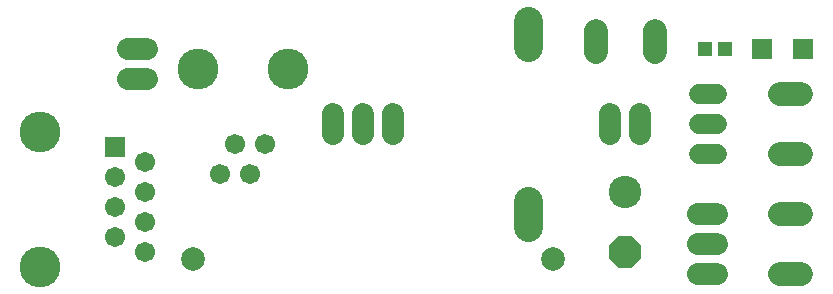
<source format=gts>
G75*
%MOIN*%
%OFA0B0*%
%FSLAX24Y24*%
%IPPOS*%
%LPD*%
%AMOC8*
5,1,8,0,0,1.08239X$1,22.5*
%
%ADD10C,0.1080*%
%ADD11OC8,0.1080*%
%ADD12C,0.0670*%
%ADD13C,0.1360*%
%ADD14C,0.0674*%
%ADD15R,0.0674X0.0674*%
%ADD16C,0.0790*%
%ADD17C,0.0792*%
%ADD18C,0.0720*%
%ADD19C,0.0965*%
%ADD20R,0.0671X0.0671*%
%ADD21R,0.0474X0.0513*%
%ADD22C,0.0680*%
D10*
X022704Y004442D03*
D11*
X022704Y002442D03*
D12*
X010704Y006042D03*
X009704Y006042D03*
X010204Y005042D03*
X009204Y005042D03*
D13*
X003204Y001942D03*
X003204Y006442D03*
X008454Y008542D03*
X011454Y008542D03*
D14*
X006704Y005442D03*
X005704Y004942D03*
X006704Y004442D03*
X005704Y003942D03*
X006704Y003442D03*
X005704Y002942D03*
X006704Y002442D03*
D15*
X005704Y005942D03*
D16*
X021720Y009087D02*
X021720Y009797D01*
X023688Y009797D02*
X023688Y009087D01*
X027849Y007692D02*
X028559Y007692D01*
X028559Y005692D02*
X027849Y005692D01*
X027849Y003692D02*
X028559Y003692D01*
X028559Y001692D02*
X027849Y001692D01*
D17*
X020306Y002192D03*
X008298Y002192D03*
D18*
X012954Y006372D02*
X012954Y007012D01*
X013954Y007012D02*
X013954Y006372D01*
X014954Y006372D02*
X014954Y007012D01*
X022204Y007012D02*
X022204Y006372D01*
X023204Y006372D02*
X023204Y007012D01*
X025134Y003692D02*
X025774Y003692D01*
X025774Y002692D02*
X025134Y002692D01*
X025134Y001692D02*
X025774Y001692D01*
X006774Y008192D02*
X006134Y008192D01*
X006134Y009192D02*
X006774Y009192D01*
D19*
X019454Y009249D02*
X019454Y010134D01*
X019454Y004134D02*
X019454Y003249D01*
D20*
X027265Y009192D03*
X028643Y009192D03*
D21*
X026038Y009192D03*
X025369Y009192D03*
D22*
X025154Y007692D02*
X025754Y007692D01*
X025754Y006692D02*
X025154Y006692D01*
X025154Y005692D02*
X025754Y005692D01*
M02*

</source>
